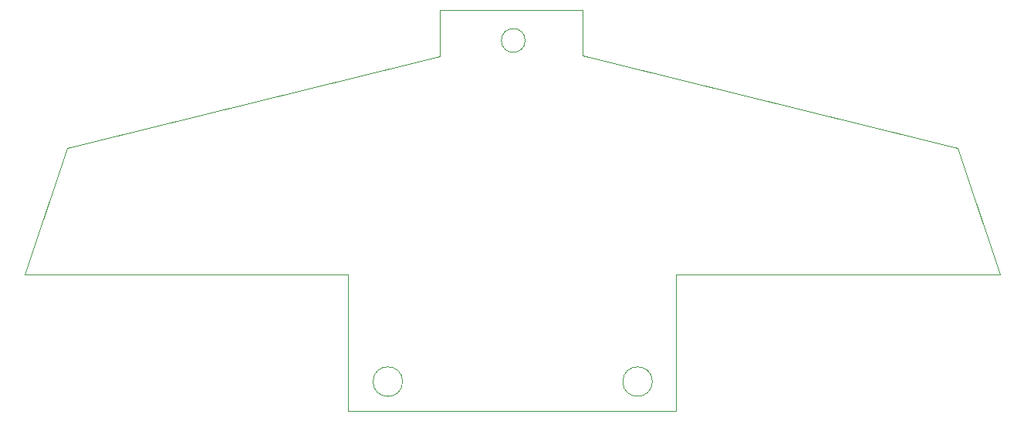
<source format=gbr>
%TF.GenerationSoftware,KiCad,Pcbnew,(5.1.9)-1*%
%TF.CreationDate,2021-05-13T01:41:10+02:00*%
%TF.ProjectId,CzujnikOdb,437a756a-6e69-46b4-9f64-622e6b696361,rev?*%
%TF.SameCoordinates,Original*%
%TF.FileFunction,Profile,NP*%
%FSLAX46Y46*%
G04 Gerber Fmt 4.6, Leading zero omitted, Abs format (unit mm)*
G04 Created by KiCad (PCBNEW (5.1.9)-1) date 2021-05-13 01:41:10*
%MOMM*%
%LPD*%
G01*
G04 APERTURE LIST*
%TA.AperFunction,Profile*%
%ADD10C,0.050000*%
%TD*%
G04 APERTURE END LIST*
D10*
X141450000Y-118250000D02*
X141450000Y-133200000D01*
X115530000Y-89200000D02*
X115530000Y-89240000D01*
X131170000Y-89200000D02*
X115530000Y-89200000D01*
X115530000Y-94250000D02*
X115530000Y-89240000D01*
X131170000Y-94210000D02*
X131170000Y-89200000D01*
X131170000Y-94210000D02*
X172280000Y-104340000D01*
X176950000Y-118250000D02*
X172280000Y-104340000D01*
X141450000Y-118250000D02*
X176950000Y-118250000D01*
X74620000Y-104340000D02*
X69950000Y-118250000D01*
X74620000Y-104340000D02*
X115530000Y-94250000D01*
X124863840Y-92540000D02*
G75*
G03*
X124863840Y-92540000I-1303840J0D01*
G01*
X138820000Y-130000000D02*
G75*
G03*
X138820000Y-130000000I-1620000J0D01*
G01*
X111420000Y-130000000D02*
G75*
G03*
X111420000Y-130000000I-1620000J0D01*
G01*
X105450000Y-118250000D02*
X105450000Y-133200000D01*
X105450000Y-133200000D02*
X141450000Y-133200000D01*
X69950000Y-118250000D02*
X105450000Y-118250000D01*
M02*

</source>
